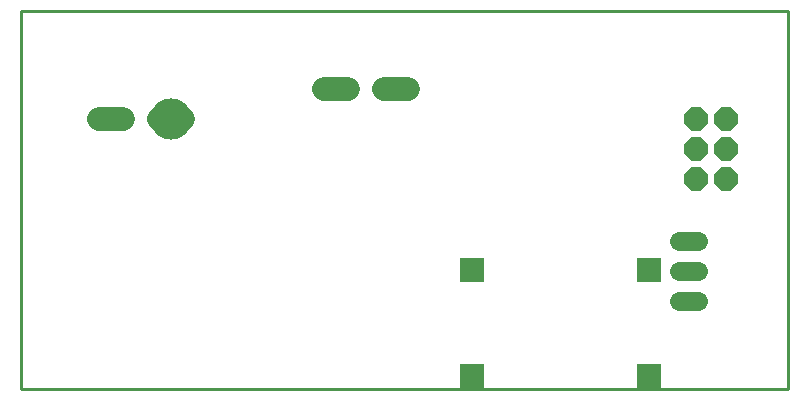
<source format=gbr>
G04 EAGLE Gerber RS-274X export*
G75*
%MOMM*%
%FSLAX34Y34*%
%LPD*%
%INBottom Copper*%
%IPPOS*%
%AMOC8*
5,1,8,0,0,1.08239X$1,22.5*%
G01*
G04 Define Apertures*
%ADD10P,2.1821X8X112.5*%
%ADD11C,2.016000*%
%ADD12C,1.600000*%
%ADD13R,2.000000X2.000000*%
%ADD14C,3.500000*%
%ADD15C,0.254000*%
D10*
X571500Y177800D03*
X596900Y177800D03*
X571500Y203200D03*
X596900Y203200D03*
X571500Y228600D03*
X596900Y228600D03*
D11*
X86280Y228600D02*
X66120Y228600D01*
X116920Y228600D02*
X137080Y228600D01*
D12*
X557000Y74600D02*
X573000Y74600D01*
X573000Y100000D02*
X557000Y100000D01*
X557000Y125400D02*
X573000Y125400D01*
D11*
X276780Y254000D02*
X256620Y254000D01*
X307420Y254000D02*
X327580Y254000D01*
D13*
X382200Y101000D03*
X382200Y11000D03*
X532200Y101000D03*
X532200Y11000D03*
D14*
X127000Y228600D03*
D15*
X0Y0D02*
X650000Y0D01*
X650000Y320000D01*
X0Y320000D01*
X0Y0D01*
M02*

</source>
